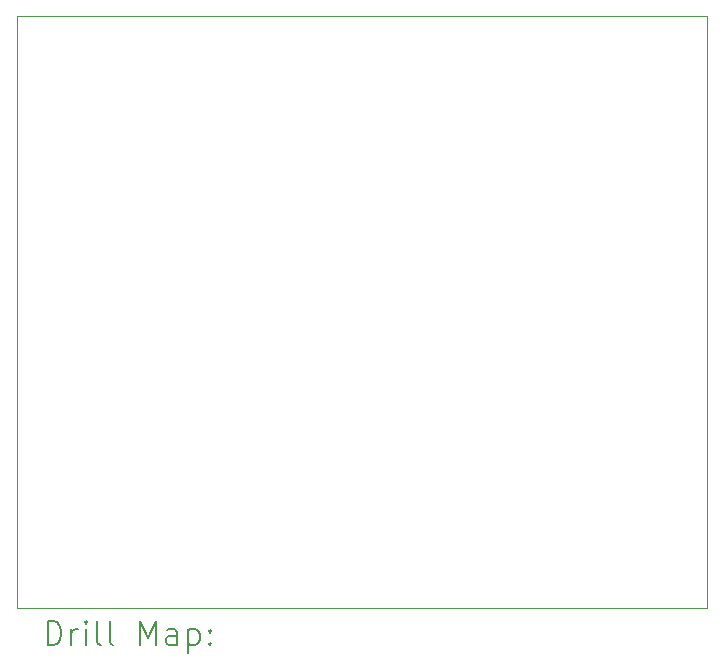
<source format=gbr>
%TF.GenerationSoftware,KiCad,Pcbnew,(6.0.8-1)-1*%
%TF.CreationDate,2022-12-25T14:42:41-06:00*%
%TF.ProjectId,M4_CAN_Feather_Carrier,4d345f43-414e-45f4-9665-61746865725f,rev?*%
%TF.SameCoordinates,Original*%
%TF.FileFunction,Drillmap*%
%TF.FilePolarity,Positive*%
%FSLAX45Y45*%
G04 Gerber Fmt 4.5, Leading zero omitted, Abs format (unit mm)*
G04 Created by KiCad (PCBNEW (6.0.8-1)-1) date 2022-12-25 14:42:41*
%MOMM*%
%LPD*%
G01*
G04 APERTURE LIST*
%ADD10C,0.001000*%
%ADD11C,0.200000*%
G04 APERTURE END LIST*
D10*
X8001000Y-6248600D02*
X13843000Y-6248600D01*
X13843000Y-6248600D02*
X13843000Y-11265100D01*
X13843000Y-11265100D02*
X8001000Y-11265100D01*
X8001000Y-11265100D02*
X8001000Y-6248600D01*
D11*
X8258569Y-11575626D02*
X8258569Y-11375626D01*
X8306188Y-11375626D01*
X8334759Y-11385150D01*
X8353807Y-11404198D01*
X8363331Y-11423245D01*
X8372855Y-11461340D01*
X8372855Y-11489912D01*
X8363331Y-11528007D01*
X8353807Y-11547055D01*
X8334759Y-11566102D01*
X8306188Y-11575626D01*
X8258569Y-11575626D01*
X8458569Y-11575626D02*
X8458569Y-11442293D01*
X8458569Y-11480388D02*
X8468093Y-11461340D01*
X8477617Y-11451817D01*
X8496664Y-11442293D01*
X8515712Y-11442293D01*
X8582379Y-11575626D02*
X8582379Y-11442293D01*
X8582379Y-11375626D02*
X8572855Y-11385150D01*
X8582379Y-11394674D01*
X8591902Y-11385150D01*
X8582379Y-11375626D01*
X8582379Y-11394674D01*
X8706188Y-11575626D02*
X8687140Y-11566102D01*
X8677617Y-11547055D01*
X8677617Y-11375626D01*
X8810950Y-11575626D02*
X8791902Y-11566102D01*
X8782379Y-11547055D01*
X8782379Y-11375626D01*
X9039521Y-11575626D02*
X9039521Y-11375626D01*
X9106188Y-11518483D01*
X9172855Y-11375626D01*
X9172855Y-11575626D01*
X9353807Y-11575626D02*
X9353807Y-11470864D01*
X9344283Y-11451817D01*
X9325236Y-11442293D01*
X9287140Y-11442293D01*
X9268093Y-11451817D01*
X9353807Y-11566102D02*
X9334760Y-11575626D01*
X9287140Y-11575626D01*
X9268093Y-11566102D01*
X9258569Y-11547055D01*
X9258569Y-11528007D01*
X9268093Y-11508959D01*
X9287140Y-11499436D01*
X9334760Y-11499436D01*
X9353807Y-11489912D01*
X9449045Y-11442293D02*
X9449045Y-11642293D01*
X9449045Y-11451817D02*
X9468093Y-11442293D01*
X9506188Y-11442293D01*
X9525236Y-11451817D01*
X9534760Y-11461340D01*
X9544283Y-11480388D01*
X9544283Y-11537531D01*
X9534760Y-11556578D01*
X9525236Y-11566102D01*
X9506188Y-11575626D01*
X9468093Y-11575626D01*
X9449045Y-11566102D01*
X9629998Y-11556578D02*
X9639521Y-11566102D01*
X9629998Y-11575626D01*
X9620474Y-11566102D01*
X9629998Y-11556578D01*
X9629998Y-11575626D01*
X9629998Y-11451817D02*
X9639521Y-11461340D01*
X9629998Y-11470864D01*
X9620474Y-11461340D01*
X9629998Y-11451817D01*
X9629998Y-11470864D01*
M02*

</source>
